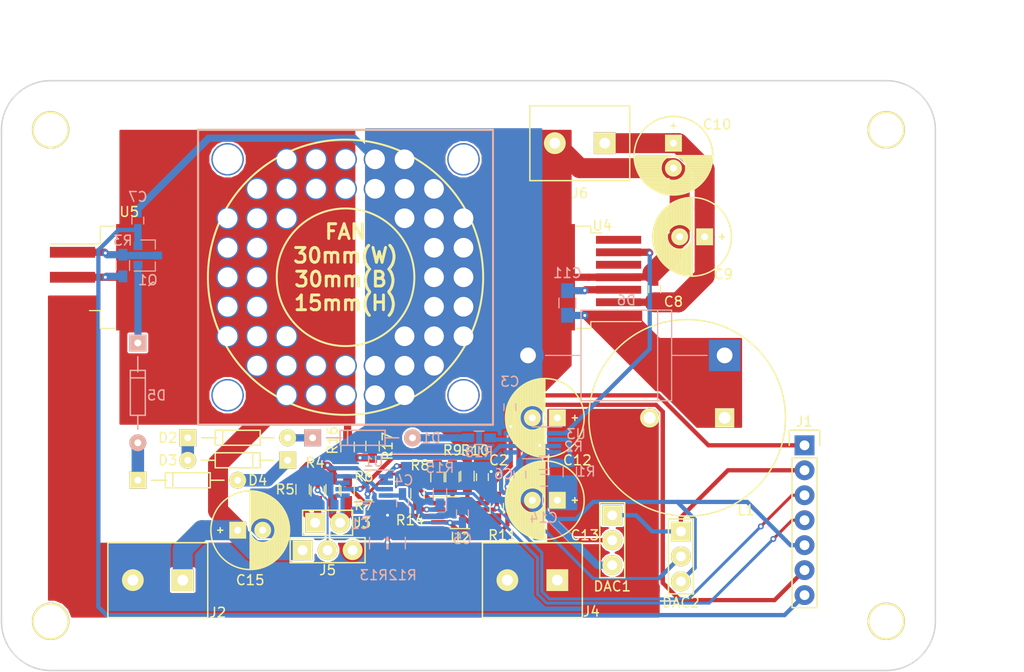
<source format=kicad_pcb>
(kicad_pcb (version 20171130) (host pcbnew "(5.0.0)")
  (layers (0 F.Cu signal) (31 B.Cu signal) (34 B.Paste user hide) (35 F.Paste user hide) (36 B.SilkS user) (37 F.SilkS user) (38 B.Mask user hide) (39 F.Mask user hide) (44 Edge.Cuts user))
  (net 0 "")
  (net 1 GND)
  (net 2 +5V)
  (net 3 -0V5)
  (net 4 -2V8)
  (net 5 /Input-V+)
  (net 6 "Net-(C11-Pad2)")
  (net 7 "Net-(C11-Pad1)")
  (net 8 /Output-Buck)
  (net 9 /Output-Linear)
  (net 10 "Net-(D1-Pad2)")
  (net 11 "Net-(D1-Pad1)")
  (net 12 "Net-(D2-Pad1)")
  (net 13 "Net-(D3-Pad1)")
  (net 14 "Net-(D4-Pad1)")
  (net 15 "Net-(D5-Pad1)")
  (net 16 /DAC_LINEAR)
  (net 17 /DAC_BUCK)
  (net 18 /I-ADC)
  (net 19 /V-ADC)
  (net 20 /Vfb-)
  (net 21 /Vfb+)
  (net 22 "Net-(J5-Pad2)")
  (net 23 /Vfb-Linear)
  (net 24 "Net-(R1-Pad2)")
  (net 25 "Net-(R5-Pad2)")
  (net 26 "Net-(R8-Pad2)")
  (net 27 "Net-(R8-Pad1)")
  (net 28 "Net-(R10-Pad1)")
  (net 29 "Net-(R10-Pad2)")
  (net 30 "Net-(R14-Pad2)")
  (net 31 "Net-(R16-Pad2)")
  (net 32 "Net-(R18-Pad2)")
  (net 33 /Vfb-Buck)
  (net 34 "Net-(U4-Pad7)")
  (net 35 /Output-GND)
  (net 36 +3V3)
  (module Capacitors_SMD:C_0603_HandSoldering (layer B.Cu) (at 142.174 123.698)
    (fp_text reference C1 (at -0.696 1.397) (layer B.SilkS) (effects (justify mirror)))
    (fp_text value 470nF)
    (pad 1 smd rect (at -0.95 0) (size 1.2 0.75) (layers B.Cu B.Paste B.Mask) (net 2 +5V))
    (pad 2 smd rect (at 0.95 0) (size 1.2 0.75) (layers B.Cu B.Paste B.Mask) (net 1 GND))
  )
  (module Capacitors_SMD:C_0603_HandSoldering (layer F.Cu) (at 153.924 120.33 90)
    (fp_text reference C2 (at 1.712 1.651 180) (layer F.SilkS))
    (fp_text value 470nF)
    (pad 2 smd rect (at 0.95 0 90) (size 1.2 0.75) (layers F.Cu F.Paste F.Mask) (net 1 GND))
    (pad 1 smd rect (at -0.95 0 90) (size 1.2 0.75) (layers F.Cu F.Paste F.Mask) (net 2 +5V))
  )
  (module Capacitors_SMD:C_0603_HandSoldering (layer B.Cu) (at 156.718 113.218 90)
    (fp_text reference C3 (at 2.601 0 180) (layer B.SilkS) (effects (justify mirror)))
    (fp_text value 470nF)
    (pad 2 smd rect (at 0.95 0 90) (size 1.2 0.75) (layers B.Cu B.Paste B.Mask) (net 1 GND))
    (pad 1 smd rect (at -0.95 0 90) (size 1.2 0.75) (layers B.Cu B.Paste B.Mask) (net 2 +5V))
  )
  (module Capacitors_SMD:C_0603_HandSoldering (layer B.Cu) (at 145.796 123.002 90)
    (fp_text reference C4 (at 2.352 0.127 180) (layer B.SilkS) (effects (justify mirror)))
    (fp_text value 470nF)
    (pad 2 smd rect (at 0.95 0 90) (size 1.2 0.75) (layers B.Cu B.Paste B.Mask) (net 3 -0V5))
    (pad 1 smd rect (at -0.95 0 90) (size 1.2 0.75) (layers B.Cu B.Paste B.Mask) (net 1 GND))
  )
  (module Capacitors_SMD:C_0603_HandSoldering (layer B.Cu) (at 151.892 124.018 270)
    (fp_text reference C5 (at 2.601 0) (layer B.SilkS) (effects (justify mirror)))
    (fp_text value 470nF)
    (pad 1 smd rect (at -0.95 0 270) (size 1.2 0.75) (layers B.Cu B.Paste B.Mask) (net 1 GND))
    (pad 2 smd rect (at 0.95 0 270) (size 1.2 0.75) (layers B.Cu B.Paste B.Mask) (net 3 -0V5))
  )
  (module Capacitors_SMD:C_0603_HandSoldering (layer B.Cu) (at 157.734 120.076 90)
    (fp_text reference C6 (at 0.061 -1.651 180) (layer B.SilkS) (effects (justify mirror)))
    (fp_text value 470nF)
    (pad 2 smd rect (at 0.95 0 90) (size 1.2 0.75) (layers B.Cu B.Paste B.Mask) (net 3 -0V5))
    (pad 1 smd rect (at -0.95 0 90) (size 1.2 0.75) (layers B.Cu B.Paste B.Mask) (net 1 GND))
  )
  (module Capacitors_SMD:C_0603_HandSoldering (layer B.Cu) (at 118.872 94.234 270)
    (fp_text reference C7 (at -2.413 0) (layer B.SilkS) (effects (justify mirror)))
    (fp_text value 470nF)
    (pad 1 smd rect (at -0.95 0 270) (size 1.2 0.75) (layers B.Cu B.Paste B.Mask) (net 1 GND))
    (pad 2 smd rect (at 0.95 0 270) (size 1.2 0.75) (layers B.Cu B.Paste B.Mask) (net 4 -2V8))
  )
  (module Capacitors_SMD:C_0603_HandSoldering (layer F.Cu) (at 171.45 101.219 90)
    (fp_text reference C8 (at -1.27 1.905 180) (layer F.SilkS))
    (fp_text value 470nF)
    (pad 2 smd rect (at 0.95 0 90) (size 1.2 0.75) (layers F.Cu F.Paste F.Mask) (net 1 GND))
    (pad 1 smd rect (at -0.95 0 90) (size 1.2 0.75) (layers F.Cu F.Paste F.Mask) (net 5 /Input-V+))
  )
  (module "Custom Github:Cap_Pol_Radial_D8_P2" (layer F.Cu) (at 176.53 95.885 180)
    (fp_text reference C9 (at -1.905 -3.81) (layer F.SilkS))
    (fp_text value 22uF)
    (pad 2 thru_hole circle (at 2.54 0 180) (size 1.716 1.716) (drill 0.7) (layers *.Cu *.Mask F.SilkS) (net 1 GND))
    (pad 1 thru_hole rect (at 0 0 180) (size 1.716 1.716) (drill 0.7) (layers *.Cu *.Mask F.SilkS) (net 5 /Input-V+))
  )
  (module "Custom Github:Cap_Pol_Radial_D8_P2" (layer F.Cu) (at 173.355 86.36 270)
    (fp_text reference C10 (at -1.905 -4.445 180) (layer F.SilkS))
    (fp_text value 22uF)
    (pad 1 thru_hole rect (at 0 0 270) (size 1.716 1.716) (drill 0.7) (layers *.Cu *.Mask F.SilkS) (net 5 /Input-V+))
    (pad 2 thru_hole circle (at 2.54 0 270) (size 1.716 1.716) (drill 0.7) (layers *.Cu *.Mask F.SilkS) (net 1 GND))
  )
  (module Capacitors_SMD:C_0805_HandSoldering (layer B.Cu) (at 162.56 102.616 90)
    (fp_text reference C11 (at 3.048 0 180) (layer B.SilkS) (effects (justify mirror)))
    (fp_text value 10nF)
    (pad 2 smd rect (at 1.25 0 90) (size 1.5 1.25) (layers B.Cu B.Paste B.Mask) (net 6 "Net-(C11-Pad2)"))
    (pad 1 smd rect (at -1.25 0 90) (size 1.5 1.25) (layers B.Cu B.Paste B.Mask) (net 7 "Net-(C11-Pad1)"))
  )
  (module "Custom Github:Cap_Pol_Radial_D8_P2" (layer F.Cu) (at 161.544 114.3 180)
    (fp_text reference C12 (at -2.032 -4.318) (layer F.SilkS))
    (fp_text value 22uF)
    (pad 2 thru_hole circle (at 2.54 0 180) (size 1.716 1.716) (drill 0.7) (layers *.Cu *.Mask F.SilkS) (net 1 GND))
    (pad 1 thru_hole rect (at 0 0 180) (size 1.716 1.716) (drill 0.7) (layers *.Cu *.Mask F.SilkS) (net 8 /Output-Buck))
  )
  (module "Custom Github:Cap_Pol_Radial_D8_P2" (layer F.Cu) (at 161.544 122.682 180)
    (fp_text reference C13 (at -2.794 -3.556) (layer F.SilkS))
    (fp_text value 22uF)
    (pad 1 thru_hole rect (at 0 0 180) (size 1.716 1.716) (drill 0.7) (layers *.Cu *.Mask F.SilkS) (net 8 /Output-Buck))
    (pad 2 thru_hole circle (at 2.54 0 180) (size 1.716 1.716) (drill 0.7) (layers *.Cu *.Mask F.SilkS) (net 1 GND))
  )
  (module Capacitors_SMD:C_0603_HandSoldering (layer B.Cu) (at 160.208 120.65 180)
    (fp_text reference C14 (at 0.061 -3.81 180) (layer B.SilkS) (effects (justify mirror)))
    (fp_text value 470nF)
    (pad 1 smd rect (at -0.95 0 180) (size 1.2 0.75) (layers B.Cu B.Paste B.Mask) (net 8 /Output-Buck))
    (pad 2 smd rect (at 0.95 0 180) (size 1.2 0.75) (layers B.Cu B.Paste B.Mask) (net 1 GND))
  )
  (module "Custom Github:Cap_Pol_Radial_D8_P2" (layer F.Cu) (at 129.032 125.73)
    (fp_text reference C15 (at 1.27 5.08 180) (layer F.SilkS))
    (fp_text value 22uF)
    (pad 2 thru_hole circle (at 2.54 0) (size 1.716 1.716) (drill 0.7) (layers *.Cu *.Mask F.SilkS) (net 1 GND))
    (pad 1 thru_hole rect (at 0 0) (size 1.716 1.716) (drill 0.7) (layers *.Cu *.Mask F.SilkS) (net 9 /Output-Linear))
  )
  (module "Custom Github:1N4148" (layer B.Cu) (at 136.652 116.332)
    (fp_text reference D1 (at 12.065 0) (layer B.SilkS) (effects (justify mirror)))
    (fp_text value 1N914)
    (pad 2 thru_hole circle (at 10.16 0) (size 1.716 1.716) (drill 0.7) (layers *.Cu *.Mask B.SilkS) (net 10 "Net-(D1-Pad2)"))
    (pad 1 thru_hole rect (at 0.00052 0.00254 180) (size 1.716 1.716) (drill 0.7) (layers *.Cu *.Mask B.SilkS) (net 11 "Net-(D1-Pad1)"))
  )
  (module "Custom Github:1N4148" (layer F.Cu) (at 123.952 116.332)
    (fp_text reference D2 (at -2.032 0) (layer F.SilkS))
    (fp_text value 1N914)
    (pad 1 thru_hole rect (at 0.00052 -0.00254 180) (size 1.716 1.716) (drill 0.7) (layers *.Cu *.Mask F.SilkS) (net 12 "Net-(D2-Pad1)"))
    (pad 2 thru_hole circle (at 10.16 0) (size 1.716 1.716) (drill 0.7) (layers *.Cu *.Mask F.SilkS) (net 11 "Net-(D1-Pad1)"))
  )
  (module "Custom Github:1N4148" (layer F.Cu) (at 134.112 118.618 180)
    (fp_text reference D3 (at 12.192 0 180) (layer F.SilkS))
    (fp_text value 1N914)
    (pad 2 thru_hole circle (at 10.16 0 180) (size 1.716 1.716) (drill 0.7) (layers *.Cu *.Mask F.SilkS) (net 12 "Net-(D2-Pad1)"))
    (pad 1 thru_hole rect (at 0.00052 -0.00254) (size 1.716 1.716) (drill 0.7) (layers *.Cu *.Mask F.SilkS) (net 13 "Net-(D3-Pad1)"))
  )
  (module "Custom Github:1N4148" (layer F.Cu) (at 118.872 120.65)
    (fp_text reference D4 (at 12.192 0) (layer F.SilkS))
    (fp_text value 1N914)
    (pad 2 thru_hole circle (at 10.16 0) (size 1.716 1.716) (drill 0.7) (layers *.Cu *.Mask F.SilkS) (net 13 "Net-(D3-Pad1)"))
    (pad 1 thru_hole rect (at 0.00052 -0.00254 180) (size 1.716 1.716) (drill 0.7) (layers *.Cu *.Mask F.SilkS) (net 14 "Net-(D4-Pad1)"))
  )
  (module "Custom Github:1N4148" (layer B.Cu) (at 118.872 106.68 270)
    (fp_text reference D5 (at 5.334 -1.905) (layer B.SilkS) (effects (justify mirror)))
    (fp_text value 1N914)
    (pad 1 thru_hole rect (at 0.00052 0.00254 90) (size 1.716 1.716) (drill 0.7) (layers *.Cu *.Mask B.SilkS) (net 15 "Net-(D5-Pad1)"))
    (pad 2 thru_hole circle (at 10.16 0 270) (size 1.716 1.716) (drill 0.7) (layers *.Cu *.Mask B.SilkS) (net 14 "Net-(D4-Pad1)"))
  )
  (module Diodes_ThroughHole:D_P600_R-6_P20.00mm_Horizontal (layer B.Cu) (at 178.562 107.95 180)
    (fp_text reference D6 (at 10 5.61 180) (layer B.SilkS) (effects (justify mirror)))
    (fp_text value 15SQ045)
    (pad 2 thru_hole oval (at 20 0 180) (size 3.2 3.2) (drill 1.6) (layers *.Cu *.Mask) (net 1 GND))
    (pad 1 thru_hole rect (at 0 0 180) (size 3.2 3.2) (drill 1.6) (layers *.Cu *.Mask) (net 7 "Net-(C11-Pad1)"))
  )
  (module "Custom Github:Pin_Header_Straight_1x03" (layer F.Cu) (at 167.132 124.206)
    (fp_text reference DAC1 (at 0 7.239) (layer F.SilkS))
    (fp_text value BUCK_DAC)
    (pad 1 thru_hole rect (at 0 0) (size 2.016 2.016) (drill 1) (layers *.Cu *.Mask F.SilkS) (net 36 +3V3))
    (pad 2 thru_hole circle (at 0 2.54) (size 2.016 2.016) (drill 1) (layers *.Cu *.Mask F.SilkS) (net 17 /DAC_BUCK))
    (pad 3 thru_hole circle (at 0 5.08) (size 2.016 2.016) (drill 1) (layers *.Cu *.Mask F.SilkS) (net 1 GND))
  )
  (module "Custom Github:Pin_Header_Straight_1x03" (layer F.Cu) (at 174.117 125.857)
    (fp_text reference DAC2 (at 0 7.239) (layer F.SilkS))
    (fp_text value "LINEAR DAC")
    (pad 3 thru_hole circle (at 0 5.08) (size 2.016 2.016) (drill 1) (layers *.Cu *.Mask F.SilkS) (net 1 GND))
    (pad 2 thru_hole circle (at 0 2.54) (size 2.016 2.016) (drill 1) (layers *.Cu *.Mask F.SilkS) (net 16 /DAC_LINEAR))
    (pad 1 thru_hole rect (at 0 0) (size 2.016 2.016) (drill 1) (layers *.Cu *.Mask F.SilkS) (net 36 +3V3))
  )
  (module "Custom Github:Pin_Header_Straight_1x07" (layer F.Cu) (at 186.69 117.094)
    (fp_text reference J1 (at 0 -2.413) (layer F.SilkS))
    (fp_text value "MCU I/O")
    (pad 7 thru_hole circle (at 0 15.24) (size 2.016 2.016) (drill 1) (layers *.Cu *.Mask) (net 4 -2V8))
    (pad 6 thru_hole circle (at 0 12.7) (size 2.016 2.016) (drill 1) (layers *.Cu *.Mask) (net 3 -0V5))
    (pad 5 thru_hole circle (at 0 10.16) (size 2.016 2.016) (drill 1) (layers *.Cu *.Mask) (net 1 GND))
    (pad 4 thru_hole circle (at 0 7.62) (size 2.016 2.016) (drill 1) (layers *.Cu *.Mask) (net 18 /I-ADC))
    (pad 3 thru_hole circle (at 0 5.08) (size 2.016 2.016) (drill 1) (layers *.Cu *.Mask) (net 19 /V-ADC))
    (pad 2 thru_hole circle (at 0 2.54) (size 2.016 2.016) (drill 1) (layers *.Cu *.Mask) (net 36 +3V3))
    (pad 1 thru_hole rect (at 0 0) (size 2.016 2.016) (drill 1) (layers *.Cu *.Mask) (net 2 +5V))
  )
  (module "Custom Github:Terminal_Block-5mm" (layer F.Cu) (at 120.904 130.81 180)
    (fp_text reference J2 (at -6.096 -3.302 180) (layer F.SilkS))
    (fp_text value "PSU Out")
    (pad 2 thru_hole circle (at 2.54 0 180) (size 2.216 2.216) (drill 1.1) (layers *.Cu *.Mask F.SilkS) (net 35 /Output-GND))
    (pad 1 thru_hole rect (at -2.54 0 180) (size 2.216 2.216) (drill 1.1) (layers *.Cu *.Mask F.SilkS) (net 9 /Output-Linear))
  )
  (module "Custom Github:Pin_Header_Straight_1x02" (layer F.Cu) (at 136.906 124.968 90)
    (fp_text reference J3 (at 0 4.826 180) (layer F.SilkS))
    (fp_text value "PSU FB")
    (pad 2 thru_hole circle (at 0 2.54 90) (size 2.016 2.016) (drill 1) (layers *.Cu *.Mask F.SilkS) (net 20 /Vfb-))
    (pad 1 thru_hole rect (at 0 0 90) (size 2.016 2.016) (drill 1) (layers *.Cu *.Mask F.SilkS) (net 21 /Vfb+))
  )
  (module "Custom Github:Terminal_Block-5mm" (layer F.Cu) (at 159.004 130.81 180)
    (fp_text reference J4 (at -5.996 -3.19 180) (layer F.SilkS))
    (fp_text value "PSU Out")
    (pad 1 thru_hole rect (at -2.54 0 180) (size 2.216 2.216) (drill 1.1) (layers *.Cu *.Mask F.SilkS) (net 8 /Output-Buck))
    (pad 2 thru_hole circle (at 2.54 0 180) (size 2.216 2.216) (drill 1.1) (layers *.Cu *.Mask F.SilkS) (net 35 /Output-GND))
  )
  (module "Custom Github:Pin_Header_Straight_1x03" (layer F.Cu) (at 135.636 127.762 90)
    (fp_text reference J5 (at -2.032 2.54 180) (layer F.SilkS))
    (fp_text value Select)
    (pad 3 thru_hole circle (at 0 5.08 90) (size 2.016 2.016) (drill 1) (layers *.Cu *.Mask F.SilkS) (net 8 /Output-Buck))
    (pad 2 thru_hole circle (at 0 2.54 90) (size 2.016 2.016) (drill 1) (layers *.Cu *.Mask F.SilkS) (net 22 "Net-(J5-Pad2)"))
    (pad 1 thru_hole rect (at 0 0 90) (size 2.016 2.016) (drill 1) (layers *.Cu *.Mask F.SilkS) (net 9 /Output-Linear))
  )
  (module "Custom Github:Terminal_Block-5mm" (layer F.Cu) (at 163.83 86.36 180)
    (fp_text reference J6 (at 0 -5.08 180) (layer F.SilkS))
    (fp_text value Input)
    (pad 2 thru_hole circle (at 2.54 0 180) (size 2.216 2.216) (drill 1.1) (layers *.Cu *.Mask F.SilkS) (net 1 GND))
    (pad 1 thru_hole rect (at -2.54 0 180) (size 2.216 2.216) (drill 1.1) (layers *.Cu *.Mask F.SilkS) (net 5 /Input-V+))
  )
  (module "Custom Github:Inductor-22uH-5.4A" (layer F.Cu) (at 174.752 114.3 180)
    (fp_text reference L1 (at -5.969 -9.398) (layer F.SilkS))
    (fp_text value 22uH)
    (pad 2 thru_hole circle (at 3.81 0 180) (size 1.962 1.962) (drill 1.2) (layers *.Cu *.Mask F.SilkS) (net 8 /Output-Buck))
    (pad 1 thru_hole rect (at -3.81 0 180) (size 1.962 1.962) (drill 1.2) (layers *.Cu *.Mask F.SilkS) (net 7 "Net-(C11-Pad1)"))
  )
  (module TO_SOT_Packages_SMD:SOT-23 (layer B.Cu) (at 119.888 97.79)
    (fp_text reference Q1 (at 0 2.5) (layer B.SilkS) (effects (justify mirror)))
    (fp_text value FJV1845)
    (pad 3 smd rect (at 1 0) (size 0.9 0.8) (layers B.Cu B.Paste B.Mask) (net 23 /Vfb-Linear))
    (pad 2 smd rect (at -1 -0.95) (size 0.9 0.8) (layers B.Cu B.Paste B.Mask) (net 4 -2V8))
    (pad 1 smd rect (at -1 0.95) (size 0.9 0.8) (layers B.Cu B.Paste B.Mask) (net 15 "Net-(D5-Pad1)"))
  )
  (module Resistors_SMD:R_0603_HandSoldering (layer B.Cu) (at 162.814 119.804 90)
    (fp_text reference R1 (at 0.043 1.651 180) (layer B.SilkS) (effects (justify mirror)))
    (fp_text value 91kΩ)
    (pad 1 smd rect (at -1.1 0 90) (size 1.2 0.9) (layers B.Cu B.Paste B.Mask) (net 8 /Output-Buck))
    (pad 2 smd rect (at 1.1 0 90) (size 1.2 0.9) (layers B.Cu B.Paste B.Mask) (net 24 "Net-(R1-Pad2)"))
  )
  (module Resistors_SMD:R_0603_HandSoldering (layer B.Cu) (at 160.19 118.872 180)
    (fp_text reference R2 (at -3.005 1.651 180) (layer B.SilkS) (effects (justify mirror)))
    (fp_text value 10kΩ)
    (pad 2 smd rect (at 1.1 0 180) (size 1.2 0.9) (layers B.Cu B.Paste B.Mask) (net 1 GND))
    (pad 1 smd rect (at -1.1 0 180) (size 1.2 0.9) (layers B.Cu B.Paste B.Mask) (net 24 "Net-(R1-Pad2)"))
  )
  (module Resistors_SMD:R_0603_HandSoldering (layer B.Cu) (at 117.348 98.806 90)
    (fp_text reference R3 (at 2.54 0 180) (layer B.SilkS) (effects (justify mirror)))
    (fp_text value 680Ω)
    (pad 1 smd rect (at -1.1 0 90) (size 1.2 0.9) (layers B.Cu B.Paste B.Mask) (net 9 /Output-Linear))
    (pad 2 smd rect (at 1.1 0 90) (size 1.2 0.9) (layers B.Cu B.Paste B.Mask) (net 23 /Vfb-Linear))
  )
  (module Resistors_SMD:R_0603_HandSoldering (layer F.Cu) (at 137.16 121.75 270)
    (fp_text reference R4 (at -2.878 0.254) (layer F.SilkS))
    (fp_text value 10Ω)
    (pad 1 smd rect (at -1.1 0 270) (size 1.2 0.9) (layers F.Cu F.Paste F.Mask) (net 22 "Net-(J5-Pad2)"))
    (pad 2 smd rect (at 1.1 0 270) (size 1.2 0.9) (layers F.Cu F.Paste F.Mask) (net 21 /Vfb+))
  )
  (module Resistors_SMD:R_0603_HandSoldering (layer F.Cu) (at 135.636 121.582 90)
    (fp_text reference R5 (at 0 -1.778 180) (layer F.SilkS))
    (fp_text value 91kΩ)
    (pad 1 smd rect (at -1.1 0 90) (size 1.2 0.9) (layers F.Cu F.Paste F.Mask) (net 21 /Vfb+))
    (pad 2 smd rect (at 1.1 0 90) (size 1.2 0.9) (layers F.Cu F.Paste F.Mask) (net 25 "Net-(R5-Pad2)"))
  )
  (module Resistors_SMD:R_0603_HandSoldering (layer F.Cu) (at 138.684 121.582 270)
    (fp_text reference R6 (at -1.313 -3.175) (layer F.SilkS))
    (fp_text value 10kΩ)
    (pad 1 smd rect (at -1.1 0 270) (size 1.2 0.9) (layers F.Cu F.Paste F.Mask) (net 25 "Net-(R5-Pad2)"))
    (pad 2 smd rect (at 1.1 0 270) (size 1.2 0.9) (layers F.Cu F.Paste F.Mask) (net 20 /Vfb-))
  )
  (module Resistors_SMD:R_0603_HandSoldering (layer F.Cu) (at 140.208 121.75 90)
    (fp_text reference R7 (at -1.44 1.651 180) (layer F.SilkS))
    (fp_text value 10Ω)
    (pad 2 smd rect (at 1.1 0 90) (size 1.2 0.9) (layers F.Cu F.Paste F.Mask) (net 35 /Output-GND))
    (pad 1 smd rect (at -1.1 0 90) (size 1.2 0.9) (layers F.Cu F.Paste F.Mask) (net 20 /Vfb-))
  )
  (module Resistors_SMD:R_0603_HandSoldering (layer F.Cu) (at 149.352 120.312 90)
    (fp_text reference R8 (at 1.186 -1.778 180) (layer F.SilkS))
    (fp_text value 1kΩ)
    (pad 1 smd rect (at -1.1 0 90) (size 1.2 0.9) (layers F.Cu F.Paste F.Mask) (net 27 "Net-(R8-Pad1)"))
    (pad 2 smd rect (at 1.1 0 90) (size 1.2 0.9) (layers F.Cu F.Paste F.Mask) (net 26 "Net-(R8-Pad2)"))
  )
  (module Resistors_SMD:R_0603_HandSoldering (layer F.Cu) (at 150.876 120.312 90)
    (fp_text reference R9 (at 2.71 0 180) (layer F.SilkS))
    (fp_text value 1kΩ)
    (pad 2 smd rect (at 1.1 0 90) (size 1.2 0.9) (layers F.Cu F.Paste F.Mask) (net 1 GND))
    (pad 1 smd rect (at -1.1 0 90) (size 1.2 0.9) (layers F.Cu F.Paste F.Mask) (net 27 "Net-(R8-Pad1)"))
  )
  (module Resistors_SMD:R_0603_HandSoldering (layer F.Cu) (at 152.4 120.226 90)
    (fp_text reference R10 (at 2.624 0.762 180) (layer F.SilkS))
    (fp_text value 1kΩ)
    (pad 2 smd rect (at 1.1 0 90) (size 1.2 0.9) (layers F.Cu F.Paste F.Mask) (net 29 "Net-(R10-Pad2)"))
    (pad 1 smd rect (at -1.1 0 90) (size 1.2 0.9) (layers F.Cu F.Paste F.Mask) (net 28 "Net-(R10-Pad1)"))
  )
  (module Resistors_SMD:R_0603_HandSoldering (layer F.Cu) (at 155.3845 123.5075 270)
    (fp_text reference R11 (at 2.7305 -0.5715) (layer F.SilkS))
    (fp_text value 1kΩ)
    (pad 2 smd rect (at 1.1 0 270) (size 1.2 0.9) (layers F.Cu F.Paste F.Mask) (net 28 "Net-(R10-Pad1)"))
    (pad 1 smd rect (at -1.1 0 270) (size 1.2 0.9) (layers F.Cu F.Paste F.Mask) (net 19 /V-ADC))
  )
  (module Resistors_SMD:R_0805_HandSoldering (layer B.Cu) (at 145.200799 127.038799 90)
    (fp_text reference R12 (at -3.263201 0.595201 180) (layer B.SilkS) (effects (justify mirror)))
    (fp_text value 12mΩ)
    (pad 2 smd rect (at 1.35 0 90) (size 1.5 1.3) (layers B.Cu B.Paste B.Mask) (net 1 GND))
    (pad 1 smd rect (at -1.35 0 90) (size 1.5 1.3) (layers B.Cu B.Paste B.Mask) (net 35 /Output-GND))
  )
  (module Resistors_SMD:R_0805_HandSoldering (layer B.Cu) (at 143.320799 127.038799 90)
    (fp_text reference R13 (at -3.263201 -0.445799 180) (layer B.SilkS) (effects (justify mirror)))
    (fp_text value 12mΩ)
    (pad 1 smd rect (at -1.35 0 90) (size 1.5 1.3) (layers B.Cu B.Paste B.Mask) (net 35 /Output-GND))
    (pad 2 smd rect (at 1.35 0 90) (size 1.5 1.3) (layers B.Cu B.Paste B.Mask) (net 1 GND))
  )
  (module Resistors_SMD:R_0603_HandSoldering (layer F.Cu) (at 147.32 122.004 270)
    (fp_text reference R14 (at 2.71 0.762) (layer F.SilkS))
    (fp_text value 100kΩ)
    (pad 2 smd rect (at 1.1 0 270) (size 1.2 0.9) (layers F.Cu F.Paste F.Mask) (net 30 "Net-(R14-Pad2)"))
    (pad 1 smd rect (at -1.1 0 270) (size 1.2 0.9) (layers F.Cu F.Paste F.Mask) (net 18 /I-ADC))
  )
  (module Resistors_SMD:R_0603_HandSoldering (layer B.Cu) (at 149.606 122.004 90)
    (fp_text reference R15 (at 2.624 0 180) (layer B.SilkS) (effects (justify mirror)))
    (fp_text value 1kΩ)
    (pad 1 smd rect (at -1.1 0 90) (size 1.2 0.9) (layers B.Cu B.Paste B.Mask) (net 30 "Net-(R14-Pad2)"))
    (pad 2 smd rect (at 1.1 0 90) (size 1.2 0.9) (layers B.Cu B.Paste B.Mask) (net 1 GND))
  )
  (module Resistors_SMD:R_0603_HandSoldering (layer F.Cu) (at 140.208 117.264 270)
    (fp_text reference R16 (at -0.678 1.524 270) (layer F.SilkS))
    (fp_text value 91kΩ)
    (pad 2 smd rect (at 1.1 0 270) (size 1.2 0.9) (layers F.Cu F.Paste F.Mask) (net 31 "Net-(R16-Pad2)"))
    (pad 1 smd rect (at -1.1 0 270) (size 1.2 0.9) (layers F.Cu F.Paste F.Mask) (net 9 /Output-Linear))
  )
  (module Resistors_SMD:R_0603_HandSoldering (layer F.Cu) (at 142.748 117.178 90)
    (fp_text reference R17 (at 0 1.524 90) (layer F.SilkS))
    (fp_text value 10kΩ)
    (pad 1 smd rect (at -1.1 0 90) (size 1.2 0.9) (layers F.Cu F.Paste F.Mask) (net 31 "Net-(R16-Pad2)"))
    (pad 2 smd rect (at 1.1 0 90) (size 1.2 0.9) (layers F.Cu F.Paste F.Mask) (net 1 GND))
  )
  (module Resistors_SMD:R_0603_HandSoldering (layer B.Cu) (at 153.586 116.332)
    (fp_text reference R18 (at 0 1.45) (layer B.SilkS) (effects (justify mirror)))
    (fp_text value 75kΩ)
    (pad 2 smd rect (at 1.1 0) (size 1.2 0.9) (layers B.Cu B.Paste B.Mask) (net 32 "Net-(R18-Pad2)"))
    (pad 1 smd rect (at -1.1 0) (size 1.2 0.9) (layers B.Cu B.Paste B.Mask) (net 10 "Net-(D1-Pad2)"))
  )
  (module Housings_SSOP:VSSOP-8_3.0x3.0mm_Pitch0.65mm (layer B.Cu) (at 141.9 121.229 180)
    (fp_text reference U1 (at -0.975 2.484 180) (layer B.SilkS) (effects (justify mirror)))
    (fp_text value LMP2022)
    (pad 1 smd rect (at -2.2 0.975 270) (size 0.45 1.45) (layers B.Cu B.Paste B.Mask) (net 26 "Net-(R8-Pad2)"))
    (pad 2 smd rect (at -2.2 0.325 270) (size 0.45 1.45) (layers B.Cu B.Paste B.Mask) (net 26 "Net-(R8-Pad2)"))
    (pad 3 smd rect (at -2.2 -0.325 270) (size 0.45 1.45) (layers B.Cu B.Paste B.Mask) (net 25 "Net-(R5-Pad2)"))
    (pad 4 smd rect (at -2.2 -0.975 270) (size 0.45 1.45) (layers B.Cu B.Paste B.Mask) (net 3 -0V5))
    (pad 5 smd rect (at 2.2 -0.975 270) (size 0.45 1.45) (layers B.Cu B.Paste B.Mask) (net 20 /Vfb-))
    (pad 6 smd rect (at 2.2 -0.325 270) (size 0.45 1.45) (layers B.Cu B.Paste B.Mask) (net 29 "Net-(R10-Pad2)"))
    (pad 7 smd rect (at 2.2 0.325 270) (size 0.45 1.45) (layers B.Cu B.Paste B.Mask) (net 29 "Net-(R10-Pad2)"))
    (pad 8 smd rect (at 2.2 0.975 270) (size 0.45 1.45) (layers B.Cu B.Paste B.Mask) (net 2 +5V))
  )
  (module Housings_SSOP:VSSOP-8_3.0x3.0mm_Pitch0.65mm (layer F.Cu) (at 151.638 123.952)
    (fp_text reference U2 (at 0 2.54) (layer F.SilkS))
    (fp_text value LMP2022)
    (pad 8 smd rect (at 2.2 -0.975 270) (size 0.45 1.45) (layers F.Cu F.Paste F.Mask) (net 2 +5V))
    (pad 7 smd rect (at 2.2 -0.325 270) (size 0.45 1.45) (layers F.Cu F.Paste F.Mask) (net 19 /V-ADC))
    (pad 6 smd rect (at 2.2 0.325 270) (size 0.45 1.45) (layers F.Cu F.Paste F.Mask) (net 28 "Net-(R10-Pad1)"))
    (pad 5 smd rect (at 2.2 0.975 270) (size 0.45 1.45) (layers F.Cu F.Paste F.Mask) (net 27 "Net-(R8-Pad1)"))
    (pad 4 smd rect (at -2.2 0.975 270) (size 0.45 1.45) (layers F.Cu F.Paste F.Mask) (net 3 -0V5))
    (pad 3 smd rect (at -2.2 0.325 270) (size 0.45 1.45) (layers F.Cu F.Paste F.Mask) (net 35 /Output-GND))
    (pad 2 smd rect (at -2.2 -0.325 270) (size 0.45 1.45) (layers F.Cu F.Paste F.Mask) (net 30 "Net-(R14-Pad2)"))
    (pad 1 smd rect (at -2.2 -0.975 270) (size 0.45 1.45) (layers F.Cu F.Paste F.Mask) (net 18 /I-ADC))
  )
  (module Housings_SSOP:VSSOP-8_3.0x3.0mm_Pitch0.65mm (layer B.Cu) (at 159.004 116.84 180)
    (fp_text reference U3 (at -4.445 0.889 180) (layer B.SilkS) (effects (justify mirror)))
    (fp_text value LMP2022)
    (pad 1 smd rect (at -2.2 0.975 270) (size 0.45 1.45) (layers B.Cu B.Paste B.Mask) (net 33 /Vfb-Buck))
    (pad 2 smd rect (at -2.2 0.325 270) (size 0.45 1.45) (layers B.Cu B.Paste B.Mask) (net 24 "Net-(R1-Pad2)"))
    (pad 3 smd rect (at -2.2 -0.325 270) (size 0.45 1.45) (layers B.Cu B.Paste B.Mask) (net 17 /DAC_BUCK))
    (pad 4 smd rect (at -2.2 -0.975 270) (size 0.45 1.45) (layers B.Cu B.Paste B.Mask) (net 3 -0V5))
    (pad 5 smd rect (at 2.2 -0.975 270) (size 0.45 1.45) (layers B.Cu B.Paste B.Mask) (net 16 /DAC_LINEAR))
    (pad 6 smd rect (at 2.2 -0.325 270) (size 0.45 1.45) (layers B.Cu B.Paste B.Mask) (net 31 "Net-(R16-Pad2)"))
    (pad 7 smd rect (at 2.2 0.325 270) (size 0.45 1.45) (layers B.Cu B.Paste B.Mask) (net 32 "Net-(R18-Pad2)"))
    (pad 8 smd rect (at 2.2 0.975 270) (size 0.45 1.45) (layers B.Cu B.Paste B.Mask) (net 2 +5V))
  )
  (module TO_SOT_Packages_SMD:TO-263-7_TabPin4 (layer F.Cu) (at 162 100 180)
    (fp_text reference U4 (at -4.116 5.258 180) (layer F.SilkS))
    (fp_text value LM2678SX-ADJ)
    (pad 4 smd rect (at 0.95 2.775 180) (size 4.55 5.25) (layers F.Cu F.Paste) (net 1 GND))
    (pad 4 smd rect (at 5.8 -2.775 180) (size 4.55 5.25) (layers F.Cu F.Paste) (net 1 GND))
    (pad 4 smd rect (at 0.95 -2.775 180) (size 4.55 5.25) (layers F.Cu F.Paste) (net 1 GND))
    (pad 4 smd rect (at 5.8 2.775 180) (size 4.55 5.25) (layers F.Cu F.Paste) (net 1 GND))
    (pad 4 smd rect (at 3.375 0 180) (size 9.4 10.8) (layers F.Cu F.Mask) (net 1 GND))
    (pad 7 smd rect (at -5.775 3.81 180) (size 4.6 0.8) (layers F.Cu F.Paste F.Mask) (net 34 "Net-(U4-Pad7)"))
    (pad 6 smd rect (at -5.775 2.54 180) (size 4.6 0.8) (layers F.Cu F.Paste F.Mask) (net 33 /Vfb-Buck))
    (pad 5 smd rect (at -5.775 1.27 180) (size 4.6 0.8) (layers F.Cu F.Paste F.Mask))
    (pad 4 smd rect (at -5.775 0 180) (size 4.6 0.8) (layers F.Cu F.Paste F.Mask) (net 1 GND))
    (pad 3 smd rect (at -5.775 -1.27 180) (size 4.6 0.8) (layers F.Cu F.Paste F.Mask) (net 6 "Net-(C11-Pad2)"))
    (pad 2 smd rect (at -5.775 -2.54 180) (size 4.6 0.8) (layers F.Cu F.Paste F.Mask) (net 5 /Input-V+))
    (pad 1 smd rect (at -5.775 -3.81 180) (size 4.6 0.8) (layers F.Cu F.Paste F.Mask) (net 7 "Net-(C11-Pad1)"))
  )
  (module TO_SOT_Packages_SMD:TO-263-3_TabPin2 (layer F.Cu) (at 118 100)
    (fp_text reference U5 (at 0 -6.65) (layer F.SilkS))
    (fp_text value LMS1585A)
    (pad 2 smd rect (at 0.95 2.775) (size 4.55 5.25) (layers F.Cu F.Paste) (net 9 /Output-Linear))
    (pad 2 smd rect (at 5.8 -2.775) (size 4.55 5.25) (layers F.Cu F.Paste) (net 9 /Output-Linear))
    (pad 2 smd rect (at 0.95 -2.775) (size 4.55 5.25) (layers F.Cu F.Paste) (net 9 /Output-Linear))
    (pad 2 smd rect (at 5.8 2.775) (size 4.55 5.25) (layers F.Cu F.Paste) (net 9 /Output-Linear))
    (pad 2 smd rect (at 3.375 0) (size 9.4 10.8) (layers F.Cu F.Mask) (net 9 /Output-Linear))
    (pad 3 smd rect (at -5.775 2.54) (size 4.6 1.1) (layers F.Cu F.Paste F.Mask) (net 8 /Output-Buck))
    (pad 2 smd rect (at -5.775 0) (size 4.6 1.1) (layers F.Cu F.Paste F.Mask) (net 9 /Output-Linear))
    (pad 1 smd rect (at -5.775 -2.54) (size 4.6 1.1) (layers F.Cu F.Paste F.Mask) (net 23 /Vfb-Linear))
  )
  (module "Custom Github:3.4mm_Hole" (layer F.Cu) (at 110 135)
    (fp_text reference REF** hide)
    (fp_text value 3.4mm_Hole hide)
    (pad 1 thru_hole circle (at 0 0) (size 3.8 3.8) (drill 3.4) (layers *.Cu *.Mask F.SilkS))
  )
  (module "Custom Github:3.4mm_Hole" (layer F.Cu) (at 195 135)
    (fp_text reference REF** hide)
    (fp_text value 3.4mm_Hole hide)
    (pad 1 thru_hole circle (at 0 0) (size 3.8 3.8) (drill 3.4) (layers *.Cu *.Mask F.SilkS))
  )
  (module "Custom Github:3.4mm_Hole" (layer F.Cu) (at 195 85)
    (fp_text reference REF** hide)
    (fp_text value 3.4mm_Hole hide)
    (pad 1 thru_hole circle (at 0 0) (size 3.8 3.8) (drill 3.4) (layers *.Cu *.Mask F.SilkS))
  )
  (module "Custom Github:3.4mm_Hole" (layer F.Cu) (at 110 85)
    (fp_text reference REF** hide)
    (fp_text value 3.4mm_Hole hide)
    (pad 1 thru_hole circle (at 0 0) (size 3.8 3.8) (drill 3.4) (layers *.Cu *.Mask F.SilkS))
  )
  (gr_line (start 125 115) (end 155 115) (layer B.SilkS) (width 0.2))
  (gr_line (start 125 85) (end 125 115) (layer B.SilkS) (width 0.2))
  (gr_line (start 155 85) (end 125 85) (layer B.SilkS) (width 0.2))
  (gr_line (start 155 115) (end 155 85) (layer B.SilkS) (width 0.2))
  (gr_arc (start 110 135) (end 105 135) (angle -90) (layer Edge.Cuts) (width 0.15))
  (gr_arc (start 110 85) (end 110 80) (angle -90) (layer Edge.Cuts) (width 0.15))
  (gr_arc (start 195 85) (end 200 85) (angle -90) (layer Edge.Cuts) (width 0.15))
  (gr_arc (start 195 135) (end 195 140) (angle -90) (layer Edge.Cuts) (width 0.15))
  (gr_line (start 200 85) (end 200 135) (layer Edge.Cuts) (width 0.15))
  (gr_line (start 110 80) (end 195 80) (layer Edge.Cuts) (width 0.15))
  (gr_line (start 105 135) (end 105 85) (layer Edge.Cuts) (width 0.15))
  (gr_line (start 195 140) (end 110 140) (layer Edge.Cuts) (width 0.15))
  (gr_text "FAN\n30mm(W)\n30mm(B)\n15mm(H)" (at 140 99) (layer F.SilkS) (effects (font (size 1.5 1.5) (thickness 0.3))))
  (gr_line (start 155 115) (end 125 115) (layer F.SilkS) (width 0.2))
  (gr_line (start 155 85) (end 125 85) (layer F.SilkS) (width 0.2))
  (gr_line (start 125 85) (end 125 115) (layer F.SilkS) (width 0.2))
  (gr_line (start 155 85) (end 155 115) (layer F.SilkS) (width 0.2))
  (gr_circle (center 140 100) (end 154 100) (layer F.SilkS) (width 0.2))
  (gr_circle (center 140 100) (end 147 100) (layer F.SilkS) (width 0.2))
  (via (at 152 88) (size 3.3) (drill 3) (layers F.Cu B.Cu) (net 0))
  (via (at 152 112) (size 3.3) (drill 3) (layers F.Cu B.Cu) (net 0))
  (via (at 128 112) (size 3.3) (drill 3) (layers F.Cu B.Cu) (net 0))
  (via (at 128 88) (size 3.3) (drill 3) (layers F.Cu B.Cu) (net 0))
  (via (at 143 112) (size 2.3) (drill 2) (layers F.Cu B.Cu) (net 1))
  (via (at 146 112) (size 2.3) (drill 2) (layers F.Cu B.Cu) (net 1))
  (via (at 149 109) (size 2.3) (drill 2) (layers F.Cu B.Cu) (net 1))
  (via (at 146 109) (size 2.3) (drill 2) (layers F.Cu B.Cu) (net 1))
  (via (at 146 106) (size 2.3) (drill 2) (layers F.Cu B.Cu) (net 1))
  (via (at 149 106) (size 2.3) (drill 2) (layers F.Cu B.Cu) (net 1))
  (via (at 152 106) (size 2.3) (drill 2) (layers F.Cu B.Cu) (net 1))
  (via (at 152 103) (size 2.3) (drill 2) (layers F.Cu B.Cu) (net 1))
  (via (at 152 100) (size 2.3) (drill 2) (layers F.Cu B.Cu) (net 1))
  (via (at 149 100) (size 2.3) (drill 2) (layers F.Cu B.Cu) (net 1))
  (via (at 149 103) (size 2.3) (drill 2) (layers F.Cu B.Cu) (net 1))
  (via (at 149 97) (size 2.3) (drill 2) (layers F.Cu B.Cu) (net 1))
  (via (at 152 97) (size 2.3) (drill 2) (layers F.Cu B.Cu) (net 1))
  (via (at 152 94) (size 2.3) (drill 2) (layers F.Cu B.Cu) (net 1))
  (via (at 149 94) (size 2.3) (drill 2) (layers F.Cu B.Cu) (net 1))
  (via (at 149 91) (size 2.3) (drill 2) (layers F.Cu B.Cu) (net 1))
  (via (at 146 91) (size 2.3) (drill 2) (layers F.Cu B.Cu) (net 1))
  (via (at 146 88) (size 2.3) (drill 2) (layers F.Cu B.Cu) (net 1))
  (via (at 143 88) (size 2.3) (drill 2) (layers F.Cu B.Cu) (net 1))
  (via (at 143 91) (size 2.3) (drill 2) (layers F.Cu B.Cu) (net 1))
  (via (at 143 109) (size 2.3) (drill 2) (layers F.Cu B.Cu) (net 1))
  (via (at 146 94) (size 2.3) (drill 2) (layers F.Cu B.Cu) (net 1))
  (segment (start 164.7384 100) (end 158.625 100) (width 0.7366) (layer F.Cu) (net 1))
  (segment (start 167.775 100) (end 164.7384 100) (width 0.7366) (layer F.Cu) (net 1))
  (segment (start 159.09 120.482) (end 159.258 120.65) (width 0.8636) (layer B.Cu) (net 1))
  (segment (start 159.09 118.872) (end 159.09 120.482) (width 0.8636) (layer B.Cu) (net 1))
  (segment (start 159.258 122.428) (end 159.004 122.682) (width 0.8636) (layer B.Cu) (net 1))
  (segment (start 159.258 120.65) (end 159.258 122.428) (width 0.8636) (layer B.Cu) (net 1))
  (segment (start 142.748 112.252) (end 143 112) (width 0.8636) (layer F.Cu) (net 1))
  (segment (start 142.748 116.078) (end 142.748 112.252) (width 0.8636) (layer F.Cu) (net 1))
  (segment (start 156.972 112.268) (end 159.004 114.3) (width 0.7366) (layer B.Cu) (net 1))
  (segment (start 156.718 112.268) (end 156.972 112.268) (width 0.7366) (layer B.Cu) (net 1))
  (segment (start 157.734 121.412) (end 159.004 122.682) (width 0.7366) (layer B.Cu) (net 1))
  (segment (start 157.734 121.026) (end 157.734 121.412) (width 0.7366) (layer B.Cu) (net 1))
  (via (at 144.272 124.206) (size 0.6) (drill 0.3) (layers F.Cu B.Cu) (net 1))
  (segment (start 143.320799 125.688799) (end 143.320799 125.157201) (width 0.7366) (layer B.Cu) (net 1))
  (segment (start 143.320799 125.157201) (end 144.272 124.206) (width 0.7366) (layer B.Cu) (net 1))
  (segment (start 145.200799 125.134799) (end 144.272 124.206) (width 0.7366) (layer B.Cu) (net 1))
  (segment (start 145.200799 125.688799) (end 145.200799 125.134799) (width 0.7366) (layer B.Cu) (net 1))
  (segment (start 173.99 89.535) (end 173.355 88.9) (width 2.032) (layer F.Cu) (net 1))
  (segment (start 173.99 95.885) (end 173.99 89.535) (width 2.032) (layer F.Cu) (net 1))
  (segment (start 163.83 88.9) (end 161.29 86.36) (width 2.032) (layer F.Cu) (net 1))
  (segment (start 173.355 88.9) (end 163.83 88.9) (width 2.032) (layer F.Cu) (net 1))
  (segment (start 167.775 100) (end 171.218001 99.955599) (width 0.7366) (layer F.Cu) (net 1))
  (segment (start 171.218001 99.955599) (end 170.8 100) (width 0.7366) (layer F.Cu) (net 1))
  (segment (start 173.132001 97.667999) (end 171.218001 99.581999) (width 2.032) (layer F.Cu) (net 1))
  (segment (start 173.132001 96.742999) (end 173.132001 97.667999) (width 2.032) (layer F.Cu) (net 1))
  (segment (start 173.99 95.885) (end 173.132001 96.742999) (width 2.032) (layer F.Cu) (net 1))
  (segment (start 141.850001 86.850001) (end 143 88) (width 0.7366) (layer B.Cu) (net 1))
  (segment (start 140.854699 85.854699) (end 141.850001 86.850001) (width 0.7366) (layer B.Cu) (net 1))
  (segment (start 126.076301 85.854699) (end 140.854699 85.854699) (width 0.7366) (layer B.Cu) (net 1))
  (segment (start 118.872 93.059) (end 126.076301 85.854699) (width 0.7366) (layer B.Cu) (net 1))
  (segment (start 118.872 93.284) (end 118.872 93.059) (width 0.7366) (layer B.Cu) (net 1))
  (segment (start 167.132 129.286) (end 165.608 129.286) (width 0.7366) (layer B.Cu) (net 1))
  (segment (start 173.748321 122.855099) (end 165.180901 122.855099) (width 0.4318) (layer B.Cu) (net 1))
  (segment (start 175.514 124.620778) (end 173.748321 122.855099) (width 0.4318) (layer B.Cu) (net 1))
  (segment (start 174.117 130.937) (end 175.514 129.54) (width 0.4318) (layer B.Cu) (net 1))
  (segment (start 175.514 129.54) (end 175.514 124.620778) (width 0.4318) (layer B.Cu) (net 1))
  (segment (start 163.449 124.587) (end 160.909 124.587) (width 0.4318) (layer B.Cu) (net 1))
  (segment (start 165.180901 122.855099) (end 163.449 124.587) (width 0.4318) (layer B.Cu) (net 1))
  (segment (start 165.608 129.286) (end 160.909 124.587) (width 0.7366) (layer B.Cu) (net 1))
  (segment (start 160.909 124.587) (end 159.004 122.682) (width 0.7366) (layer B.Cu) (net 1))
  (segment (start 180.865572 122.855099) (end 173.748321 122.855099) (width 0.4318) (layer B.Cu) (net 1))
  (segment (start 185.264473 127.254) (end 180.865572 122.855099) (width 0.4318) (layer B.Cu) (net 1))
  (segment (start 186.69 127.254) (end 185.264473 127.254) (width 0.4318) (layer B.Cu) (net 1))
  (segment (start 151.519401 120.005401) (end 153.073521 120.005401) (width 0.3048) (layer F.Cu) (net 1))
  (segment (start 150.876 119.212) (end 150.876 119.362) (width 0.3048) (layer F.Cu) (net 1))
  (segment (start 150.876 119.362) (end 151.519401 120.005401) (width 0.3048) (layer F.Cu) (net 1))
  (segment (start 153.698922 119.38) (end 153.924 119.38) (width 0.3048) (layer F.Cu) (net 1))
  (segment (start 153.073521 120.005401) (end 153.698922 119.38) (width 0.3048) (layer F.Cu) (net 1))
  (via (at 154.813 119.761) (size 0.6) (drill 0.3) (layers F.Cu B.Cu) (net 1))
  (segment (start 153.924 119.38) (end 154.432 119.38) (width 0.3048) (layer F.Cu) (net 1))
  (segment (start 154.432 119.38) (end 154.813 119.761) (width 0.3048) (layer F.Cu) (net 1))
  (segment (start 156.804 114.254) (end 156.718 114.168) (width 0.4318) (layer B.Cu) (net 2))
  (segment (start 153.838 121.366) (end 153.924 121.28) (width 0.4318) (layer F.Cu) (net 2))
  (segment (start 153.838 122.977) (end 153.838 121.366) (width 0.4318) (layer F.Cu) (net 2))
  (via (at 156.804 115.189) (size 0.6) (drill 0.3) (layers F.Cu B.Cu) (net 2))
  (segment (start 156.804 115.189) (end 156.804 114.254) (width 0.4318) (layer B.Cu) (net 2))
  (segment (start 156.804 115.865) (end 156.804 115.189) (width 0.4318) (layer B.Cu) (net 2))
  (segment (start 154.7308 121.28) (end 153.924 121.28) (width 0.4318) (layer F.Cu) (net 2))
  (segment (start 156.804 119.2068) (end 154.7308 121.28) (width 0.4318) (layer F.Cu) (net 2))
  (segment (start 156.804 115.189) (end 156.804 119.2068) (width 0.4318) (layer F.Cu) (net 2))
  (segment (start 142.24 122.682) (end 141.224 123.698) (width 0.4318) (layer B.Cu) (net 2))
  (segment (start 139.7 120.254) (end 141.165724 120.254) (width 0.4318) (layer B.Cu) (net 2))
  (segment (start 141.165724 120.254) (end 142.24 121.328276) (width 0.4318) (layer B.Cu) (net 2))
  (segment (start 176.911 117.094) (end 186.69 117.094) (width 0.4318) (layer F.Cu) (net 2))
  (segment (start 171.831 112.014) (end 176.911 117.094) (width 0.4318) (layer F.Cu) (net 2))
  (segment (start 157.607 112.014) (end 171.831 112.014) (width 0.4318) (layer F.Cu) (net 2))
  (segment (start 156.804 115.189) (end 156.804 112.817) (width 0.4318) (layer F.Cu) (net 2))
  (segment (start 156.804 112.817) (end 157.607 112.014) (width 0.4318) (layer F.Cu) (net 2))
  (via (at 142.24 122.047) (size 0.6) (drill 0.3) (layers F.Cu B.Cu) (net 2))
  (segment (start 144.262401 120.024599) (end 142.24 122.047) (width 0.3048) (layer F.Cu) (net 2))
  (segment (start 147.993521 120.024599) (end 144.262401 120.024599) (width 0.3048) (layer F.Cu) (net 2))
  (segment (start 148.415521 120.446599) (end 147.993521 120.024599) (width 0.3048) (layer F.Cu) (net 2))
  (segment (start 153.090599 120.446599) (end 148.415521 120.446599) (width 0.3048) (layer F.Cu) (net 2))
  (segment (start 153.924 121.28) (end 153.090599 120.446599) (width 0.3048) (layer F.Cu) (net 2))
  (segment (start 142.24 122.047) (end 142.24 122.682) (width 0.4318) (layer B.Cu) (net 2))
  (segment (start 142.24 121.328276) (end 142.24 122.047) (width 0.4318) (layer B.Cu) (net 2))
  (segment (start 157.734 118.560778) (end 157.734 119.126) (width 0.4318) (layer B.Cu) (net 3))
  (segment (start 158.479778 117.815) (end 157.734 118.560778) (width 0.4318) (layer B.Cu) (net 3))
  (segment (start 161.204 117.815) (end 158.479778 117.815) (width 0.4318) (layer B.Cu) (net 3))
  (via (at 150.622 124.968) (size 0.6) (drill 0.3) (layers F.Cu B.Cu) (net 3))
  (segment (start 149.438 124.927) (end 150.581 124.927) (width 0.4318) (layer F.Cu) (net 3))
  (segment (start 150.581 124.927) (end 150.622 124.968) (width 0.4318) (layer F.Cu) (net 3))
  (segment (start 150.622 124.968) (end 151.892 124.968) (width 0.4318) (layer B.Cu) (net 3))
  (via (at 156.464 121.285) (size 0.6) (drill 0.3) (layers F.Cu B.Cu) (net 3))
  (segment (start 157.734 119.126) (end 156.464 120.396) (width 0.4318) (layer B.Cu) (net 3))
  (segment (start 156.464 120.396) (end 156.464 121.285) (width 0.4318) (layer B.Cu) (net 3))
  (segment (start 150.921999 125.267999) (end 150.622 124.968) (width 0.4318) (layer F.Cu) (net 3))
  (segment (start 151.384 125.73) (end 150.921999 125.267999) (width 0.4318) (layer F.Cu) (net 3))
  (segment (start 155.929222 125.73) (end 151.384 125.73) (width 0.4318) (layer F.Cu) (net 3))
  (segment (start 156.464 121.285) (end 156.464 125.195222) (width 0.4318) (layer F.Cu) (net 3))
  (segment (start 156.464 125.195222) (end 155.929222 125.73) (width 0.4318) (layer F.Cu) (net 3))
  (segment (start 145.644 122.204) (end 145.796 122.052) (width 0.4318) (layer B.Cu) (net 3))
  (segment (start 144.1 122.204) (end 145.644 122.204) (width 0.4318) (layer B.Cu) (net 3))
  (segment (start 150.197736 124.968) (end 150.622 124.968) (width 0.4318) (layer B.Cu) (net 3))
  (segment (start 148.487 124.968) (end 150.197736 124.968) (width 0.3048) (layer B.Cu) (net 3))
  (segment (start 145.796 122.052) (end 145.796 122.277) (width 0.4318) (layer B.Cu) (net 3))
  (segment (start 186.69 129.794) (end 184.259599 132.224401) (width 0.3048) (layer F.Cu) (net 3))
  (segment (start 186.69 129.794) (end 183.642 132.842) (width 0.4318) (layer F.Cu) (net 3))
  (segment (start 183.642 132.842) (end 174.022666 132.842) (width 0.4318) (layer F.Cu) (net 3))
  (segment (start 172.265901 130.977433) (end 172.265901 113.919) (width 0.4318) (layer F.Cu) (net 3))
  (segment (start 172.265901 115.369901) (end 172.265901 113.919) (width 0.4318) (layer F.Cu) (net 3))
  (segment (start 172.265901 113.919) (end 172.265901 113.664527) (width 0.4318) (layer F.Cu) (net 3))
  (segment (start 157.607 120.142) (end 156.464 121.285) (width 0.4318) (layer F.Cu) (net 3))
  (segment (start 172.265901 113.664527) (end 171.577473 112.976099) (width 0.4318) (layer F.Cu) (net 3))
  (segment (start 171.577473 112.976099) (end 158.550567 112.976099) (width 0.4318) (layer F.Cu) (net 3))
  (segment (start 158.550567 112.976099) (end 157.607 113.919666) (width 0.4318) (layer F.Cu) (net 3))
  (segment (start 157.607 113.919666) (end 157.607 120.142) (width 0.4318) (layer F.Cu) (net 3))
  (segment (start 172.265901 131.085235) (end 174.022666 132.842) (width 0.4318) (layer F.Cu) (net 3))
  (segment (start 172.265901 130.683) (end 172.265901 131.085235) (width 0.4318) (layer F.Cu) (net 3))
  (segment (start 172.265901 130.683) (end 172.265901 113.664527) (width 0.4318) (layer F.Cu) (net 3))
  (segment (start 172.265901 130.977433) (end 172.265901 130.683) (width 0.4318) (layer F.Cu) (net 3))
  (segment (start 146.836 123.317) (end 146.836 124.23) (width 0.3048) (layer B.Cu) (net 3))
  (segment (start 145.796 122.277) (end 146.836 123.317) (width 0.3048) (layer B.Cu) (net 3))
  (segment (start 147.574 124.968) (end 148.487 124.968) (width 0.3048) (layer B.Cu) (net 3))
  (segment (start 146.836 124.23) (end 147.574 124.968) (width 0.3048) (layer B.Cu) (net 3))
  (segment (start 118.888 95.2) (end 118.872 95.184) (width 0.7366) (layer B.Cu) (net 4))
  (segment (start 118.888 96.84) (end 118.888 95.2) (width 0.7366) (layer B.Cu) (net 4))
  (segment (start 184.658 134.366) (end 186.69 132.334) (width 0.4318) (layer B.Cu) (net 4))
  (segment (start 115.697 134.366) (end 184.658 134.366) (width 0.4318) (layer B.Cu) (net 4))
  (segment (start 114.858791 133.527791) (end 115.697 134.366) (width 0.4318) (layer B.Cu) (net 4))
  (segment (start 114.858791 97.241407) (end 114.858791 133.527791) (width 0.4318) (layer B.Cu) (net 4))
  (segment (start 118.872 95.184) (end 116.916198 95.184) (width 0.4318) (layer B.Cu) (net 4))
  (segment (start 116.916198 95.184) (end 114.858791 97.241407) (width 0.4318) (layer B.Cu) (net 4))
  (segment (start 166.37 86.36) (end 173.355 86.36) (width 2.032) (layer F.Cu) (net 5))
  (segment (start 176.53 92.995) (end 176.53 95.885) (width 2.032) (layer F.Cu) (net 5))
  (segment (start 176.53 89.021699) (end 176.53 92.995) (width 2.032) (layer F.Cu) (net 5))
  (segment (start 173.868301 86.36) (end 176.53 89.021699) (width 2.032) (layer F.Cu) (net 5))
  (segment (start 173.355 86.36) (end 173.868301 86.36) (width 2.032) (layer F.Cu) (net 5))
  (segment (start 171.44 102.54) (end 171.45 102.55) (width 0.7366) (layer F.Cu) (net 5))
  (segment (start 167.775 102.54) (end 171.44 102.54) (width 0.7366) (layer F.Cu) (net 5))
  (segment (start 176.53 98.775) (end 176.53 95.885) (width 2.032) (layer F.Cu) (net 5))
  (segment (start 176.53 99.877) (end 176.53 98.775) (width 2.032) (layer F.Cu) (net 5))
  (segment (start 173.857 102.55) (end 176.53 99.877) (width 2.032) (layer F.Cu) (net 5))
  (segment (start 171.45 102.55) (end 173.857 102.55) (width 2.032) (layer F.Cu) (net 5))
  (via (at 164.338 101.346) (size 0.6) (drill 0.3) (layers F.Cu B.Cu) (net 6))
  (segment (start 162.56 101.366) (end 164.318 101.366) (width 0.7366) (layer B.Cu) (net 6))
  (segment (start 164.318 101.366) (end 164.338 101.346) (width 0.7366) (layer B.Cu) (net 6))
  (segment (start 164.414 101.27) (end 164.338 101.346) (width 0.7366) (layer F.Cu) (net 6))
  (segment (start 167.775 101.27) (end 164.414 101.27) (width 0.7366) (layer F.Cu) (net 6))
  (via (at 164.338 103.886) (size 0.6) (drill 0.3) (layers F.Cu B.Cu) (net 7))
  (segment (start 167.775 103.81) (end 164.414 103.81) (width 0.7366) (layer F.Cu) (net 7))
  (segment (start 164.414 103.81) (end 164.338 103.886) (width 0.7366) (layer F.Cu) (net 7))
  (segment (start 162.58 103.886) (end 162.56 103.866) (width 0.7366) (layer B.Cu) (net 7))
  (segment (start 164.338 103.886) (end 162.58 103.886) (width 0.7366) (layer B.Cu) (net 7))
  (segment (start 161.158 122.296) (end 161.544 122.682) (width 0.7366) (layer B.Cu) (net 8))
  (via (at 140 88) (size 2.3) (drill 2) (layers F.Cu B.Cu) (net 9))
  (via (at 137 112) (size 2.3) (drill 2) (layers F.Cu B.Cu) (net 9))
  (via (at 140 112) (size 2.3) (drill 2) (layers F.Cu B.Cu) (net 9))
  (via (at 140 91) (size 2.3) (drill 2) (layers F.Cu B.Cu) (net 9))
  (via (at 137 91) (size 2.3) (drill 2) (layers F.Cu B.Cu) (net 9))
  (via (at 134 91) (size 2.3) (drill 2) (layers F.Cu B.Cu) (net 9))
  (via (at 134 88) (size 2.3) (drill 2) (layers F.Cu B.Cu) (net 9))
  (via (at 137 88) (size 2.3) (drill 2) (layers F.Cu B.Cu) (net 9))
  (via (at 131 91) (size 2.3) (drill 2) (layers F.Cu B.Cu) (net 9))
  (via (at 128 94) (size 2.3) (drill 2) (layers F.Cu B.Cu) (net 9))
  (via (at 131 94) (size 2.3) (drill 2) (layers F.Cu B.Cu) (net 9))
  (via (at 134 94) (size 2.3) (drill 2) (layers F.Cu B.Cu) (net 9))
  (via (at 131 97) (size 2.3) (drill 2) (layers F.Cu B.Cu) (net 9))
  (via (at 128 97) (size 2.3) (drill 2) (layers F.Cu B.Cu) (net 9))
  (via (at 128 100) (size 2.3) (drill 2) (layers F.Cu B.Cu) (net 9))
  (via (at 128 103) (size 2.3) (drill 2) (layers F.Cu B.Cu) (net 9))
  (via (at 128 106) (size 2.3) (drill 2) (layers F.Cu B.Cu) (net 9))
  (via (at 131 106) (size 2.3) (drill 2) (layers F.Cu B.Cu) (net 9))
  (via (at 131 103) (size 2.3) (drill 2) (layers F.Cu B.Cu) (net 9))
  (via (at 131 100) (size 2.3) (drill 2) (layers F.Cu B.Cu) (net 9))
  (via (at 131 109) (size 2.3) (drill 2) (layers F.Cu B.Cu) (net 9))
  (via (at 134 112) (size 2.3) (drill 2) (layers F.Cu B.Cu) (net 9))
  (via (at 134 109) (size 2.3) (drill 2) (layers F.Cu B.Cu) (net 9))
  (via (at 134 106) (size 2.3) (drill 2) (layers F.Cu B.Cu) (net 9))
  (via (at 137 109) (size 2.3) (drill 2) (layers F.Cu B.Cu) (net 9))
  (via (at 140 109) (size 2.3) (drill 2) (layers F.Cu B.Cu) (net 9))
  (via (at 115.57 100) (size 0.6) (drill 0.3) (layers F.Cu B.Cu) (net 9))
  (segment (start 115.664 99.906) (end 115.57 100) (width 0.7366) (layer B.Cu) (net 9))
  (segment (start 117.348 99.906) (end 115.664 99.906) (width 0.7366) (layer B.Cu) (net 9))
  (segment (start 112.225 100) (end 115.57 100) (width 0.7366) (layer F.Cu) (net 9))
  (segment (start 115.57 100) (end 121.375 100) (width 0.7366) (layer F.Cu) (net 9))
  (segment (start 140.208 112.208) (end 140 112) (width 0.7366) (layer F.Cu) (net 9))
  (segment (start 140.208 116.164) (end 140.208 112.208) (width 0.7366) (layer F.Cu) (net 9))
  (segment (start 123.444 127.67) (end 125.384 125.73) (width 2.032) (layer B.Cu) (net 9))
  (segment (start 123.444 130.81) (end 123.444 127.67) (width 2.032) (layer B.Cu) (net 9))
  (segment (start 125.384 125.73) (end 129.032 125.73) (width 2.032) (layer B.Cu) (net 9))
  (segment (start 129.032 126.151482) (end 129.032 125.73) (width 2.032) (layer B.Cu) (net 9))
  (segment (start 130.642518 127.762) (end 129.032 126.151482) (width 2.032) (layer B.Cu) (net 9))
  (segment (start 135.636 127.762) (end 130.642518 127.762) (width 2.032) (layer B.Cu) (net 9))
  (segment (start 132.850001 113.149999) (end 134 112) (width 2.032) (layer F.Cu) (net 9))
  (segment (start 127.030999 118.969001) (end 132.850001 113.149999) (width 2.032) (layer F.Cu) (net 9))
  (segment (start 127.030999 123.728999) (end 127.030999 118.969001) (width 2.032) (layer F.Cu) (net 9))
  (segment (start 129.032 125.73) (end 127.030999 123.728999) (width 2.032) (layer F.Cu) (net 9))
  (segment (start 152.486 116.332) (end 146.812 116.332) (width 0.7366) (layer B.Cu) (net 10))
  (segment (start 134.11454 116.33454) (end 134.112 116.332) (width 0.7366) (layer B.Cu) (net 11))
  (segment (start 136.65252 116.33454) (end 134.11454 116.33454) (width 0.7366) (layer B.Cu) (net 11))
  (segment (start 123.95252 118.61748) (end 123.952 118.618) (width 1.27) (layer B.Cu) (net 12))
  (segment (start 123.95252 116.32946) (end 123.95252 118.61748) (width 1.27) (layer B.Cu) (net 12))
  (segment (start 132.08202 120.65) (end 134.11148 118.62054) (width 1.27) (layer B.Cu) (net 13))
  (segment (start 129.032 120.65) (end 132.08202 120.65) (width 1.27) (layer B.Cu) (net 13))
  (segment (start 118.87252 116.84052) (end 118.872 116.84) (width 1.27) (layer B.Cu) (net 14))
  (segment (start 118.87252 120.64746) (end 118.87252 116.84052) (width 1.27) (layer B.Cu) (net 14))
  (segment (start 118.888 106.66198) (end 118.86946 106.68052) (width 0.7366) (layer B.Cu) (net 15))
  (segment (start 118.888 98.74) (end 118.888 106.66198) (width 0.7366) (layer B.Cu) (net 15))
  (segment (start 156.804 118.4718) (end 156.804 117.815) (width 0.4318) (layer B.Cu) (net 16))
  (segment (start 155.821099 119.454701) (end 156.804 118.4718) (width 0.4318) (layer B.Cu) (net 16))
  (segment (start 174.117 128.397) (end 171.877099 130.636901) (width 0.4318) (layer B.Cu) (net 16))
  (segment (start 171.877099 130.636901) (end 165.181567 130.636901) (width 0.3048) (layer B.Cu) (net 16))
  (segment (start 165.181567 130.636901) (end 156.472567 121.927901) (width 0.3048) (layer B.Cu) (net 16))
  (segment (start 156.472567 121.927901) (end 156.090901 121.927901) (width 0.4318) (layer B.Cu) (net 16))
  (segment (start 156.090901 121.927901) (end 155.821099 121.658099) (width 0.4318) (layer B.Cu) (net 16))
  (segment (start 155.821099 121.658099) (end 155.821099 119.454701) (width 0.4318) (layer B.Cu) (net 16))
  (via (at 159.766 117.094) (size 0.6) (drill 0.3) (layers F.Cu B.Cu) (net 17))
  (segment (start 161.204 117.165) (end 159.837 117.165) (width 0.4318) (layer B.Cu) (net 17))
  (segment (start 159.837 117.165) (end 159.766 117.094) (width 0.4318) (layer B.Cu) (net 17))
  (segment (start 160.343099 117.671099) (end 160.343099 124.021099) (width 0.4318) (layer F.Cu) (net 17))
  (segment (start 159.766 117.094) (end 160.343099 117.671099) (width 0.4318) (layer F.Cu) (net 17))
  (segment (start 163.068 126.746) (end 167.132 126.746) (width 0.4318) (layer F.Cu) (net 17))
  (segment (start 160.343099 124.021099) (end 163.068 126.746) (width 0.4318) (layer F.Cu) (net 17))
  (segment (start 149.438 122.977) (end 149.393 122.977) (width 0.4318) (layer F.Cu) (net 18))
  (segment (start 147.32 121.359) (end 147.32 120.904) (width 0.4318) (layer F.Cu) (net 18))
  (segment (start 149.438 122.977) (end 148.938 122.977) (width 0.4318) (layer F.Cu) (net 18))
  (via (at 147.955 121.994) (size 0.6) (drill 0.3) (layers F.Cu B.Cu) (net 18))
  (segment (start 147.955 121.994) (end 147.32 121.359) (width 0.4318) (layer F.Cu) (net 18))
  (segment (start 148.938 122.977) (end 147.955 121.994) (width 0.4318) (layer F.Cu) (net 18))
  (segment (start 159.536268 131.088268) (end 159.536268 132.231268) (width 0.3048) (layer B.Cu) (net 18))
  (via (at 183.515 126.619) (size 0.6) (drill 0.3) (layers F.Cu B.Cu) (net 18))
  (segment (start 176.98719 133.14681) (end 183.515 126.619) (width 0.3048) (layer B.Cu) (net 18))
  (segment (start 159.536268 132.231268) (end 160.45181 133.14681) (width 0.3048) (layer B.Cu) (net 18))
  (segment (start 160.45181 133.14681) (end 176.98719 133.14681) (width 0.3048) (layer B.Cu) (net 18))
  (segment (start 185.42 124.714) (end 186.69 124.714) (width 0.3048) (layer F.Cu) (net 18))
  (segment (start 183.515 126.619) (end 185.42 124.714) (width 0.3048) (layer F.Cu) (net 18))
  (segment (start 159.536268 128.548268) (end 159.536268 131.088268) (width 0.3048) (layer B.Cu) (net 18))
  (segment (start 147.955 121.994) (end 152.982 121.994) (width 0.3048) (layer B.Cu) (net 18))
  (segment (start 152.982 121.994) (end 159.536268 128.548268) (width 0.3048) (layer B.Cu) (net 18))
  (segment (start 155.3845 123.4393) (end 155.3845 122.4075) (width 0.4318) (layer F.Cu) (net 19))
  (segment (start 155.1968 123.627) (end 155.3845 123.4393) (width 0.4318) (layer F.Cu) (net 19))
  (segment (start 153.838 123.627) (end 155.1968 123.627) (width 0.4318) (layer F.Cu) (net 19))
  (via (at 155.3845 123.4393) (size 0.6) (drill 0.3) (layers F.Cu B.Cu) (net 19))
  (segment (start 159.968078 128.022878) (end 155.3845 123.4393) (width 0.3048) (layer B.Cu) (net 19))
  (segment (start 159.968078 131.953) (end 159.968078 128.022878) (width 0.3048) (layer B.Cu) (net 19))
  (segment (start 159.968078 131.953) (end 160.730078 132.715) (width 0.3048) (layer B.Cu) (net 19))
  (via (at 182.245 125.349) (size 0.6) (drill 0.3) (layers F.Cu B.Cu) (net 19))
  (segment (start 174.879 132.715) (end 182.245 125.349) (width 0.3048) (layer B.Cu) (net 19))
  (segment (start 174.244 132.715) (end 174.879 132.715) (width 0.3048) (layer B.Cu) (net 19))
  (segment (start 160.730078 132.715) (end 174.244 132.715) (width 0.3048) (layer B.Cu) (net 19))
  (segment (start 185.42 122.174) (end 186.69 122.174) (width 0.3048) (layer F.Cu) (net 19))
  (segment (start 182.245 125.349) (end 185.42 122.174) (width 0.3048) (layer F.Cu) (net 19))
  (segment (start 138.684 124.206) (end 139.446 124.968) (width 0.7366) (layer F.Cu) (net 20))
  (segment (start 138.684 122.682) (end 138.684 124.206) (width 0.7366) (layer F.Cu) (net 20))
  (segment (start 140.208 124.206) (end 139.446 124.968) (width 0.7366) (layer F.Cu) (net 20))
  (segment (start 140.208 122.85) (end 140.208 124.206) (width 0.7366) (layer F.Cu) (net 20))
  (segment (start 139.7 124.714) (end 139.446 124.968) (width 0.4318) (layer B.Cu) (net 20))
  (segment (start 139.7 122.204) (end 139.7 124.714) (width 0.4318) (layer B.Cu) (net 20))
  (segment (start 135.636 123.698) (end 136.906 124.968) (width 0.7366) (layer F.Cu) (net 21))
  (segment (start 135.636 122.682) (end 135.636 123.698) (width 0.7366) (layer F.Cu) (net 21))
  (segment (start 137.16 124.714) (end 136.906 124.968) (width 0.7366) (layer F.Cu) (net 21))
  (segment (start 137.16 122.85) (end 137.16 124.714) (width 0.7366) (layer F.Cu) (net 21))
  (via (at 137.16 121.666) (size 0.6) (drill 0.3) (layers F.Cu B.Cu) (net 22))
  (segment (start 137.16 120.65) (end 137.16 121.666) (width 0.4318) (layer F.Cu) (net 22))
  (segment (start 138.176 122.682) (end 137.16 121.666) (width 0.2032) (layer B.Cu) (net 22))
  (segment (start 138.176 127.762) (end 138.176 122.682) (width 0.2032) (layer B.Cu) (net 22))
  (via (at 115.57 97.536) (size 0.6) (drill 0.3) (layers F.Cu B.Cu) (net 23))
  (segment (start 117.348 97.706) (end 115.74 97.706) (width 0.7366) (layer B.Cu) (net 23))
  (segment (start 115.74 97.706) (end 115.57 97.536) (width 0.7366) (layer B.Cu) (net 23))
  (segment (start 115.494 97.46) (end 115.57 97.536) (width 0.7366) (layer F.Cu) (net 23))
  (segment (start 112.225 97.46) (end 115.494 97.46) (width 0.7366) (layer F.Cu) (net 23))
  (segment (start 117.432 97.79) (end 117.348 97.706) (width 0.7366) (layer B.Cu) (net 23))
  (segment (start 120.888 97.79) (end 117.432 97.79) (width 0.7366) (layer B.Cu) (net 23))
  (segment (start 162.646 118.872) (end 162.814 118.704) (width 0.7366) (layer B.Cu) (net 24))
  (segment (start 161.29 118.872) (end 162.646 118.872) (width 0.7366) (layer B.Cu) (net 24))
  (segment (start 161.204 116.515) (end 162.489 116.515) (width 0.4318) (layer B.Cu) (net 24))
  (segment (start 162.814 116.84) (end 162.814 118.704) (width 0.4318) (layer B.Cu) (net 24))
  (segment (start 162.489 116.515) (end 162.814 116.84) (width 0.4318) (layer B.Cu) (net 24))
  (segment (start 138.684 120.482) (end 138.684 119.634) (width 0.7366) (layer F.Cu) (net 25))
  (segment (start 135.636 119.634) (end 136.144 119.126) (width 0.7366) (layer F.Cu) (net 25))
  (segment (start 135.636 120.482) (end 135.636 120.332) (width 0.7366) (layer F.Cu) (net 25))
  (segment (start 135.636 120.332) (end 135.636 119.634) (width 0.7366) (layer F.Cu) (net 25))
  (segment (start 138.176 119.126) (end 136.144 119.126) (width 0.7366) (layer F.Cu) (net 25))
  (segment (start 138.684 119.634) (end 138.176 119.126) (width 0.7366) (layer F.Cu) (net 25))
  (via (at 138.176 119.126) (size 0.6) (drill 0.3) (layers F.Cu B.Cu) (net 25))
  (segment (start 143.256 121.554) (end 144.1 121.554) (width 0.4318) (layer B.Cu) (net 25))
  (segment (start 141.127999 119.425999) (end 143.256 121.554) (width 0.4318) (layer B.Cu) (net 25))
  (segment (start 138.176 119.126) (end 138.475999 119.425999) (width 0.4318) (layer B.Cu) (net 25))
  (segment (start 138.475999 119.425999) (end 141.127999 119.425999) (width 0.4318) (layer B.Cu) (net 25))
  (segment (start 144.1 120.904) (end 144.1 120.254) (width 0.4318) (layer B.Cu) (net 26))
  (segment (start 149.352 119.212) (end 145.202 119.212) (width 0.4318) (layer F.Cu) (net 26))
  (via (at 145.202 119.212) (size 0.6) (drill 0.3) (layers F.Cu B.Cu) (net 26))
  (segment (start 145.142 119.212) (end 144.1 120.254) (width 0.4318) (layer B.Cu) (net 26))
  (segment (start 145.202 119.212) (end 145.142 119.212) (width 0.4318) (layer B.Cu) (net 26))
  (segment (start 152.6812 124.927) (end 153.838 124.927) (width 0.4318) (layer F.Cu) (net 27))
  (segment (start 152.540924 124.927) (end 152.6812 124.927) (width 0.4318) (layer F.Cu) (net 27))
  (segment (start 150.876 122.4438) (end 150.876 123.262076) (width 0.4318) (layer F.Cu) (net 27))
  (segment (start 150.876 121.412) (end 150.876 122.4438) (width 0.4318) (layer F.Cu) (net 27))
  (segment (start 150.876 123.262076) (end 152.540924 124.927) (width 0.4318) (layer F.Cu) (net 27))
  (segment (start 149.352 121.412) (end 150.876 121.412) (width 0.8636) (layer F.Cu) (net 27))
  (segment (start 155.054 124.277) (end 155.3845 124.6075) (width 0.4318) (layer F.Cu) (net 28))
  (segment (start 153.838 124.277) (end 155.054 124.277) (width 0.4318) (layer F.Cu) (net 28))
  (segment (start 152.6812 124.277) (end 153.838 124.277) (width 0.4318) (layer F.Cu) (net 28))
  (segment (start 152.4 123.9958) (end 152.6812 124.277) (width 0.4318) (layer F.Cu) (net 28))
  (segment (start 152.4 121.326) (end 152.4 123.9958) (width 0.4318) (layer F.Cu) (net 28))
  (segment (start 139.7 120.904) (end 139.7 121.554) (width 0.4318) (layer B.Cu) (net 29))
  (segment (start 152.4 119.126) (end 152.4 118.976) (width 0.4318) (layer F.Cu) (net 29))
  (via (at 141.478 121.539) (size 0.6) (drill 0.3) (layers F.Cu B.Cu) (net 29))
  (segment (start 152.4 118.976) (end 152.4 118.872) (width 0.4318) (layer F.Cu) (net 29))
  (segment (start 152.4 118.872) (end 151.797099 118.269099) (width 0.4318) (layer F.Cu) (net 29))
  (segment (start 140.731 121.539) (end 141.605 121.539) (width 0.4318) (layer B.Cu) (net 29))
  (segment (start 140.716 121.554) (end 140.731 121.539) (width 0.4318) (layer B.Cu) (net 29))
  (segment (start 139.7 121.554) (end 140.716 121.554) (width 0.4318) (layer B.Cu) (net 29))
  (segment (start 144.874901 118.269099) (end 141.605 121.539) (width 0.4318) (layer F.Cu) (net 29))
  (segment (start 145.288 118.269099) (end 144.874901 118.269099) (width 0.4318) (layer F.Cu) (net 29))
  (segment (start 151.797099 118.269099) (end 145.288 118.269099) (width 0.4318) (layer F.Cu) (net 29))
  (segment (start 147.843 123.627) (end 147.32 123.104) (width 0.4318) (layer F.Cu) (net 30))
  (via (at 148.2598 123.6218) (size 0.6) (drill 0.3) (layers F.Cu B.Cu) (net 30))
  (segment (start 148.336 123.627) (end 147.843 123.627) (width 0.4318) (layer F.Cu) (net 30))
  (segment (start 149.438 123.627) (end 148.336 123.627) (width 0.4318) (layer F.Cu) (net 30))
  (segment (start 149.083 123.627) (end 149.606 123.104) (width 0.4318) (layer B.Cu) (net 30))
  (segment (start 148.336 123.627) (end 149.083 123.627) (width 0.4318) (layer B.Cu) (net 30))
  (segment (start 142.662 118.364) (end 142.748 118.278) (width 0.7366) (layer F.Cu) (net 31))
  (via (at 141.478 118.364) (size 0.6) (drill 0.3) (layers F.Cu B.Cu) (net 31))
  (segment (start 141.478 118.364) (end 142.662 118.364) (width 0.7366) (layer F.Cu) (net 31))
  (segment (start 140.208 118.364) (end 141.478 118.364) (width 0.7366) (layer F.Cu) (net 31))
  (segment (start 154.503 118.364) (end 155.702 117.165) (width 0.4318) (layer B.Cu) (net 31))
  (segment (start 141.478 118.364) (end 154.503 118.364) (width 0.4318) (layer B.Cu) (net 31))
  (segment (start 156.804 117.165) (end 155.702 117.165) (width 0.4318) (layer B.Cu) (net 31))
  (segment (start 154.869 116.515) (end 154.686 116.332) (width 0.4318) (layer B.Cu) (net 32))
  (segment (start 156.804 116.515) (end 154.869 116.515) (width 0.4318) (layer B.Cu) (net 32))
  (via (at 170.942 97.536) (size 0.6) (drill 0.3) (layers F.Cu B.Cu) (net 33))
  (segment (start 170.866 97.46) (end 170.942 97.536) (width 0.7366) (layer F.Cu) (net 33))
  (segment (start 167.775 97.46) (end 170.866 97.46) (width 0.7366) (layer F.Cu) (net 33))
  (segment (start 170.942 107.2838) (end 170.942 106.172) (width 0.4318) (layer B.Cu) (net 33))
  (segment (start 162.3608 115.865) (end 170.942 107.2838) (width 0.4318) (layer B.Cu) (net 33))
  (segment (start 161.204 115.865) (end 162.3608 115.865) (width 0.4318) (layer B.Cu) (net 33))
  (segment (start 170.942 106.172) (end 170.942 97.536) (width 0.4318) (layer B.Cu) (net 33))
  (segment (start 149.438 124.277) (end 146.5378 124.277) (width 0.4318) (layer F.Cu) (net 35))
  (via (at 144.272 126.9746) (size 0.6) (drill 0.3) (layers F.Cu B.Cu) (net 35))
  (segment (start 146.5378 124.277) (end 144.272 126.5428) (width 0.4318) (layer F.Cu) (net 35))
  (segment (start 144.272 126.5428) (end 144.272 126.9746) (width 0.4318) (layer F.Cu) (net 35))
  (segment (start 144.272 127.46) (end 145.200799 128.388799) (width 0.4318) (layer B.Cu) (net 35))
  (segment (start 144.272 126.9746) (end 144.272 127.46) (width 0.4318) (layer B.Cu) (net 35))
  (segment (start 143.343201 128.388799) (end 144.272 127.46) (width 0.4318) (layer B.Cu) (net 35))
  (segment (start 143.320799 128.388799) (end 143.343201 128.388799) (width 0.4318) (layer B.Cu) (net 35))
  (segment (start 140.208 121.182778) (end 141.961222 122.936) (width 0.4318) (layer F.Cu) (net 35))
  (segment (start 140.208 120.65) (end 140.208 121.182778) (width 0.4318) (layer F.Cu) (net 35))
  (segment (start 145.294494 124.277) (end 146.5378 124.277) (width 0.4318) (layer F.Cu) (net 35))
  (segment (start 143.953494 122.936) (end 145.294494 124.277) (width 0.4318) (layer F.Cu) (net 35))
  (segment (start 141.961222 122.936) (end 143.953494 122.936) (width 0.4318) (layer F.Cu) (net 35))
  (segment (start 167.132 124.206) (end 169.545 124.206) (width 0.4318) (layer B.Cu) (net 36))
  (segment (start 171.196 125.857) (end 174.117 125.857) (width 0.4318) (layer B.Cu) (net 36))
  (segment (start 169.545 124.206) (end 171.196 125.857) (width 0.4318) (layer B.Cu) (net 36))
  (segment (start 174.117 124.4172) (end 178.9002 119.634) (width 0.4318) (layer F.Cu) (net 36))
  (segment (start 174.117 125.857) (end 174.117 124.4172) (width 0.4318) (layer F.Cu) (net 36))
  (segment (start 178.9002 119.634) (end 186.69 119.634) (width 0.4318) (layer F.Cu) (net 36))
  (zone (net 8) (net_name /Output-Buck) (layer B.Cu) (connect_pads yes (clearance 0.2)) (min_thickness 0.2) (fill yes (arc_segments 16) (thermal_gap 0.508) (thermal_bridge_width 0.508))
    (polygon (pts (xy 160.528 120.142) (xy 160.528 123.698) (xy 163.576 123.698) (xy 163.576 120.142)))
  )
  (zone (net 7) (net_name "Net-(C11-Pad1)") (layer F.Cu) (connect_pads yes (clearance 0.2)) (min_thickness 0.2) (fill yes (arc_segments 16) (thermal_gap 0.508) (thermal_bridge_width 0.508))
    (polygon (pts (xy 164.084 103.378) (xy 170.18 103.378) (xy 170.18 104.394) (xy 171.958 106.172) (xy 180.34 106.172) (xy 180.34 115.316) (xy 177.546 115.316) (xy 175.26 115.316) (xy 164.084 104.14)))
  )
  (zone (net 8) (net_name /Output-Buck) (layer F.Cu) (connect_pads yes (clearance 0.2)) (min_thickness 0.2) (fill yes (arc_segments 16) (thermal_gap 0.508) (thermal_bridge_width 0.508))
    (polygon (pts (xy 171.958 113.03) (xy 160.528 113.03) (xy 160.528 132.08) (xy 171.958 132.08)))
  )
  (zone (net 9) (net_name /Output-Linear) (layer F.Cu) (connect_pads yes (clearance 0.2)) (min_thickness 0.2) (fill yes (arc_segments 16) (thermal_gap 0.508) (thermal_bridge_width 0.508))
    (polygon (pts (xy 141 85) (xy 117 85) (xy 117 115) (xy 141 115)))
  )
  (zone (net 1) (net_name GND) (layer F.Cu) (connect_pads yes (clearance 0.2)) (min_thickness 0.2) (fill yes (arc_segments 16) (thermal_gap 0.508) (thermal_bridge_width 0.508))
    (polygon (pts (xy 142 85) (xy 142 115) (xy 160 115) (xy 160 112) (xy 163 109) (xy 163 85)))
  )
  (zone (net 1) (net_name GND) (layer F.Cu) (connect_pads yes (clearance 0.2)) (min_thickness 0.2) (fill yes (arc_segments 16) (thermal_gap 0.508) (thermal_bridge_width 0.508))
    (polygon (pts (xy 160 115) (xy 160 124) (xy 158 124) (xy 149 115)))
  )
  (zone (net 8) (net_name /Output-Buck) (layer F.Cu) (connect_pads yes (clearance 0.2)) (min_thickness 0.2) (fill yes (arc_segments 16) (thermal_gap 0.508) (thermal_bridge_width 0.508))
    (polygon (pts (xy 114.554 101.854) (xy 109.728 101.854) (xy 109.728 134.62) (xy 171.958 134.62) (xy 171.958 113.03) (xy 160.528 113.03) (xy 160.528 127) (xy 114.808 127) (xy 114.808 101.854) (xy 109.728 101.854) (xy 114.808 101.854)))
  )
  (zone (net 35) (net_name /Output-GND) (layer B.Cu) (connect_pads yes (clearance 0.2)) (min_thickness 0.2) (fill yes (arc_segments 16) (thermal_gap 0.508) (thermal_bridge_width 0.508))
    (polygon (pts (xy 115.824 127) (xy 115.824 134.62) (xy 164.084 134.62) (xy 164.084 127)))
  )
  (zone (net 1) (net_name GND) (layer B.Cu) (connect_pads yes (clearance 0.2)) (min_thickness 0.2) (fill yes (arc_segments 16) (thermal_gap 0.508) (thermal_bridge_width 0.508))
    (polygon (pts (xy 130.302 126.746) (xy 160.02 126.746) (xy 160.02 84.836) (xy 141.986 84.836) (xy 141.986 115.062) (xy 132.461 121.412) (xy 130.302 121.412)))
  )
)
</source>
